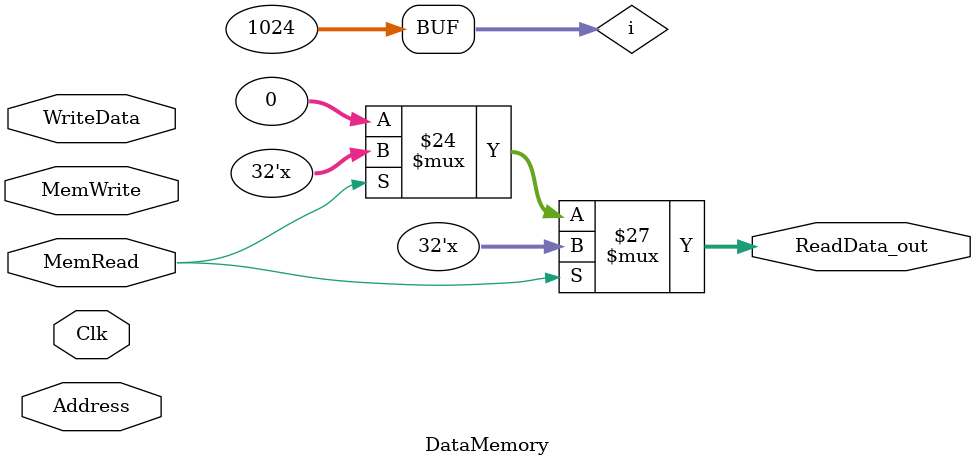
<source format=v>
`timescale 1ns / 1ps


module DataMemory(Address, WriteData, Clk, MemWrite, MemRead, ReadData_out); 

    input [31:0] Address; 	// Input Address 
    input [31:0] WriteData; // Data that needs to be written into the address 
    input Clk;
    input MemWrite; 		// Control signal for memory write 
    input MemRead; 			// Control signal for memory read 
    integer i = 0;
    output reg[31:0] ReadData_out; // Contents of memory location at Address
   // reg [31:0] temp;
    reg [31:0] Index;
    reg [31:0] memory [0:1023];
    
    initial begin
        for(i = 0; i< 1024;i=i+1)begin
            if(i == 0) begin
                memory[i] <= 32'h02108824;//00000000;  // 1
            end
//            else if(i == 1) begin
//                memory[i] <= 32'h00000001;  //  2
//            end
//            else if(i == 2) begin
//                memory[i] <= 32'h00000002;  //  2
//            end
//            else if(i == 3) begin
//                memory[i] <= 32'h00000003;  //  2
//            end
//            else if(i == 4) begin
//                memory[i] <= 32'h00000004;  //  2
//            end
//            else if(i == 5) begin
//                memory[i] <=-32'h00000001;  //  2
//            end
            else begin
                memory[i] <= 32'd0;
            end
        end
    end
    
	always @(Clk) begin
	Index <= Address[9:2] - 1;
        if (MemWrite == 1'b1) begin
            memory[Index] <= WriteData;
        end
    end    
    
      always @(*) begin
      Index <= Address[9:2] - 1;
        if (MemRead == 1'b1) begin
           ReadData_out <= memory[Index];
        end
        else if (MemRead == 0) begin
           ReadData_out <= 32'h0; 
        end   
     end    
endmodule


</source>
